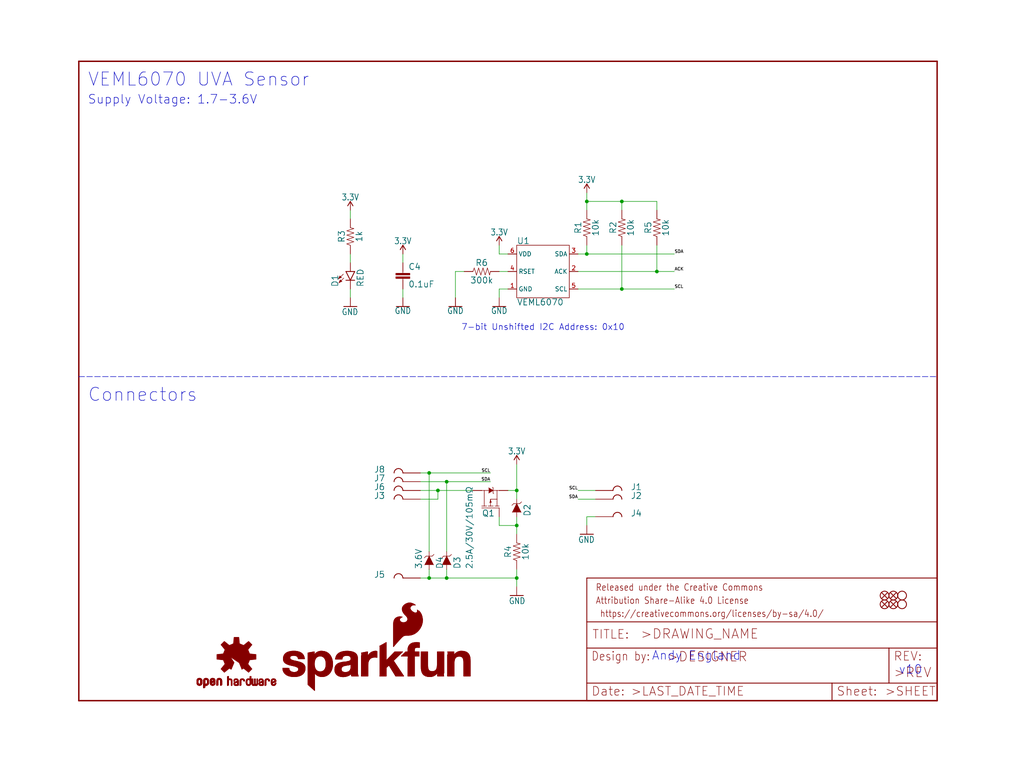
<source format=kicad_sch>
(kicad_sch (version 20211123) (generator eeschema)
  (paper "User" 297.002 223.926)
  (lib_symbols
    (symbol "eagleSchem-eagle-import:0.1UF-0603-25V-(+80{slash}-20%)"
      (property "Reference" "C" (at 1.524 2.921 0))
      (property "Value" "0.1UF-0603-25V-(+80{slash}-20%)" (at 1.524 -2.159 0))
      (symbol "0.1UF-0603-25V-(+80{slash}-20%)_1_0"
        (pin passive line (at 0 5.08 270) (length 2.54) (name "1") (number "1"))
        (pin passive line (at 0 -2.54 90) (length 2.54) (name "2") (number "2"))
      )
    )
    (symbol "eagleSchem-eagle-import:10KOHM-0603-1{slash}10W-1%"
      (property "Reference" "R" (at 0 1.524 0))
      (property "Value" "10KOHM-0603-1{slash}10W-1%" (at 0 -1.524 0))
      (symbol "10KOHM-0603-1{slash}10W-1%_1_0"
        (pin passive line (at -5.08 0 0) (length 2.54) (name "1") (number "1"))
        (pin passive line (at 5.08 0 180) (length 2.54) (name "2") (number "2"))
      )
    )
    (symbol "eagleSchem-eagle-import:1KOHM-0603-1{slash}10W-1%"
      (property "Reference" "R" (at 0 1.524 0))
      (property "Value" "1KOHM-0603-1{slash}10W-1%" (at 0 -1.524 0))
      (symbol "1KOHM-0603-1{slash}10W-1%_1_0"
        (pin passive line (at -5.08 0 0) (length 2.54) (name "1") (number "1"))
        (pin passive line (at 5.08 0 180) (length 2.54) (name "2") (number "2"))
      )
    )
    (symbol "eagleSchem-eagle-import:3.3V" (power)
      (property "Value" "3.3V" (at 0 2.794 0))
      (symbol "3.3V_1_0"
        (pin power_in line (at 0 0 90) (length 2.54) (name "3.3V") (number "1"))
      )
    )
    (symbol "eagleSchem-eagle-import:300KOHM-0603-1{slash}10W-1%"
      (property "Reference" "R" (at 0 1.524 0))
      (property "Value" "300KOHM-0603-1{slash}10W-1%" (at 0 -1.524 0))
      (symbol "300KOHM-0603-1{slash}10W-1%_1_0"
        (pin passive line (at -5.08 0 0) (length 2.54) (name "1") (number "1"))
        (pin passive line (at 5.08 0 180) (length 2.54) (name "2") (number "2"))
      )
    )
    (symbol "eagleSchem-eagle-import:DIODE-ZENER-BZT52C3V6S"
      (property "Reference" "D" (at -2.54 2.032 0))
      (property "Value" "DIODE-ZENER-BZT52C3V6S" (at -2.54 -2.032 0))
      (symbol "DIODE-ZENER-BZT52C3V6S_1_0"
        (pin passive line (at -2.54 0 0) (length 0) (name "A") (number "A"))
        (pin passive line (at 2.54 0 180) (length 0) (name "C") (number "C"))
      )
    )
    (symbol "eagleSchem-eagle-import:FIDUCIALUFIDUCIAL")
    (symbol "eagleSchem-eagle-import:FRAME-LETTER"
      (symbol "FRAME-LETTER_2_0"
        (text " https://creativecommons.org/licenses/by-sa/4.0/" (at 2.54 24.13 0) (effects (font (size 1.9304 1.6408)) (justify left bottom)))
        (text ">DESIGNER" (at 23.114 11.176 0) (effects (font (size 2.7432 2.7432)) (justify left bottom)))
        (text ">DRAWING_NAME" (at 15.494 17.78 0) (effects (font (size 2.7432 2.7432)) (justify left bottom)))
        (text ">LAST_DATE_TIME" (at 12.7 1.27 0) (effects (font (size 2.54 2.54)) (justify left bottom)))
        (text ">REV" (at 88.9 6.604 0) (effects (font (size 2.7432 2.7432)) (justify left bottom)))
        (text ">SHEET" (at 86.36 1.27 0) (effects (font (size 2.54 2.54)) (justify left bottom)))
        (text "Attribution Share-Alike 4.0 License" (at 2.54 27.94 0) (effects (font (size 1.9304 1.6408)) (justify left bottom)))
        (text "Date:" (at 1.27 1.27 0) (effects (font (size 2.54 2.54)) (justify left bottom)))
        (text "Design by:" (at 1.27 11.43 0) (effects (font (size 2.54 2.159)) (justify left bottom)))
        (text "Released under the Creative Commons" (at 2.54 31.75 0) (effects (font (size 1.9304 1.6408)) (justify left bottom)))
        (text "REV:" (at 88.9 11.43 0) (effects (font (size 2.54 2.54)) (justify left bottom)))
        (text "Sheet:" (at 72.39 1.27 0) (effects (font (size 2.54 2.54)) (justify left bottom)))
        (text "TITLE:" (at 1.524 17.78 0) (effects (font (size 2.54 2.54)) (justify left bottom)))
      )
    )
    (symbol "eagleSchem-eagle-import:GATORGATOR_MINI"
      (property "Reference" "J" (at 0 2.54 0))
      (property "Value" "GATORGATOR_MINI" (at -2.54 -5.08 0))
      (symbol "GATORGATOR_MINI_1_0"
        (pin bidirectional line (at -2.54 0 0) (length 5.08) (name "P$1") (number "P$2"))
      )
    )
    (symbol "eagleSchem-eagle-import:GND" (power)
      (property "Value" "GND" (at 0 -0.254 0))
      (symbol "GND_1_0"
        (pin power_in line (at 0 2.54 270) (length 2.54) (name "GND") (number "1"))
      )
    )
    (symbol "eagleSchem-eagle-import:LED-RED0603"
      (property "Reference" "D" (at -3.429 -4.572 90))
      (property "Value" "LED-RED0603" (at 1.905 -4.572 90))
      (symbol "LED-RED0603_1_0"
        (pin passive line (at 0 2.54 270) (length 2.54) (name "A") (number "A"))
        (pin passive line (at 0 -5.08 90) (length 2.54) (name "C") (number "C"))
      )
    )
    (symbol "eagleSchem-eagle-import:MOSFET_PCH-DMG2307L"
      (property "Reference" "Q" (at 5.08 0 0))
      (property "Value" "MOSFET_PCH-DMG2307L" (at 5.08 -2.54 0))
      (symbol "MOSFET_PCH-DMG2307L_1_0"
        (pin bidirectional line (at -5.08 -2.54 0) (length 2.54) (name "G") (number "1"))
        (pin bidirectional line (at 2.54 -5.08 90) (length 2.54) (name "S") (number "2"))
        (pin bidirectional line (at 2.54 5.08 270) (length 2.54) (name "D") (number "3"))
      )
    )
    (symbol "eagleSchem-eagle-import:OSHW-LOGOMINI")
    (symbol "eagleSchem-eagle-import:SFE_LOGO_NAME_FLAME.1_INCH")
    (symbol "eagleSchem-eagle-import:STAND-OFF")
    (symbol "eagleSchem-eagle-import:VEML6070{dblquote}"
      (property "Reference" "U" (at -7.62 7.874 0))
      (property "Value" "VEML6070{dblquote}" (at -7.62 -7.874 0))
      (symbol "VEML6070{dblquote}_1_0"
        (pin bidirectional line (at -10.16 -5.08 0) (length 2.54) (name "GND") (number "1"))
        (pin bidirectional line (at 10.16 0 180) (length 2.54) (name "ACK") (number "2"))
        (pin bidirectional line (at 10.16 5.08 180) (length 2.54) (name "SDA") (number "3"))
        (pin bidirectional line (at -10.16 0 0) (length 2.54) (name "RSET") (number "4"))
        (pin bidirectional line (at 10.16 -5.08 180) (length 2.54) (name "SCL") (number "5"))
        (pin bidirectional line (at -10.16 5.08 0) (length 2.54) (name "VDD") (number "6"))
      )
    )
  )
  (junction (at 149.86 142.24))
  (junction (at 124.46 137.16))
  (junction (at 170.18 58.42))
  (junction (at 190.5 78.74))
  (junction (at 149.86 152.4))
  (junction (at 149.86 167.64))
  (junction (at 180.34 58.42))
  (junction (at 129.54 139.7))
  (junction (at 129.54 167.64))
  (junction (at 180.34 83.82))
  (junction (at 124.46 167.64))
  (junction (at 127 142.24))
  (junction (at 170.18 73.66))
  (wire (pts (xy 101.6 63.5) (xy 101.6 60.96)))
  (wire (pts (xy 124.46 167.64) (xy 129.54 167.64)))
  (wire (pts (xy 172.72 142.24) (xy 167.64 142.24)))
  (wire (pts (xy 170.18 60.96) (xy 170.18 58.42)))
  (wire (pts (xy 129.54 160.02) (xy 129.54 139.7)))
  (wire (pts (xy 129.54 139.7) (xy 142.24 139.7)))
  (wire (pts (xy 149.86 152.4) (xy 149.86 154.94)))
  (wire (pts (xy 172.72 144.78) (xy 167.64 144.78)))
  (wire (pts (xy 132.08 78.74) (xy 134.62 78.74)))
  (polyline (pts (xy 22.86 109.22) (xy 271.78 109.22)))
  (wire (pts (xy 124.46 137.16) (xy 142.24 137.16)))
  (wire (pts (xy 167.64 83.82) (xy 180.34 83.82)))
  (wire (pts (xy 149.86 149.86) (xy 149.86 152.4)))
  (wire (pts (xy 149.86 167.64) (xy 149.86 170.18)))
  (wire (pts (xy 180.34 83.82) (xy 195.58 83.82)))
  (wire (pts (xy 190.5 58.42) (xy 180.34 58.42)))
  (wire (pts (xy 172.72 149.86) (xy 170.18 149.86)))
  (wire (pts (xy 144.78 152.4) (xy 149.86 152.4)))
  (wire (pts (xy 144.78 73.66) (xy 144.78 71.12)))
  (wire (pts (xy 132.08 86.36) (xy 132.08 78.74)))
  (wire (pts (xy 190.5 78.74) (xy 195.58 78.74)))
  (wire (pts (xy 129.54 165.1) (xy 129.54 167.64)))
  (wire (pts (xy 149.86 142.24) (xy 149.86 134.62)))
  (wire (pts (xy 127 144.78) (xy 127 142.24)))
  (wire (pts (xy 121.92 144.78) (xy 127 144.78)))
  (wire (pts (xy 147.32 73.66) (xy 144.78 73.66)))
  (wire (pts (xy 121.92 142.24) (xy 127 142.24)))
  (wire (pts (xy 121.92 167.64) (xy 124.46 167.64)))
  (wire (pts (xy 124.46 165.1) (xy 124.46 167.64)))
  (wire (pts (xy 121.92 139.7) (xy 129.54 139.7)))
  (wire (pts (xy 144.78 149.86) (xy 144.78 152.4)))
  (wire (pts (xy 101.6 76.2) (xy 101.6 73.66)))
  (wire (pts (xy 170.18 58.42) (xy 180.34 58.42)))
  (wire (pts (xy 180.34 83.82) (xy 180.34 71.12)))
  (wire (pts (xy 127 142.24) (xy 137.16 142.24)))
  (wire (pts (xy 190.5 71.12) (xy 190.5 78.74)))
  (wire (pts (xy 116.84 86.36) (xy 116.84 83.82)))
  (wire (pts (xy 170.18 73.66) (xy 170.18 71.12)))
  (wire (pts (xy 116.84 76.2) (xy 116.84 73.66)))
  (wire (pts (xy 124.46 160.02) (xy 124.46 137.16)))
  (wire (pts (xy 149.86 165.1) (xy 149.86 167.64)))
  (wire (pts (xy 121.92 137.16) (xy 124.46 137.16)))
  (wire (pts (xy 147.32 83.82) (xy 144.78 83.82)))
  (wire (pts (xy 170.18 149.86) (xy 170.18 152.4)))
  (wire (pts (xy 170.18 55.88) (xy 170.18 58.42)))
  (wire (pts (xy 190.5 60.96) (xy 190.5 58.42)))
  (wire (pts (xy 149.86 144.78) (xy 149.86 142.24)))
  (wire (pts (xy 144.78 78.74) (xy 147.32 78.74)))
  (wire (pts (xy 190.5 78.74) (xy 167.64 78.74)))
  (wire (pts (xy 180.34 58.42) (xy 180.34 60.96)))
  (wire (pts (xy 170.18 73.66) (xy 195.58 73.66)))
  (wire (pts (xy 129.54 167.64) (xy 149.86 167.64)))
  (wire (pts (xy 101.6 86.36) (xy 101.6 83.82)))
  (wire (pts (xy 144.78 83.82) (xy 144.78 86.36)))
  (wire (pts (xy 147.32 142.24) (xy 149.86 142.24)))
  (wire (pts (xy 167.64 73.66) (xy 170.18 73.66)))
  (text "v10" (at 260.604 195.834 180) (effects (font (size 2.54 2.54)) (justify left bottom)))
  (text "VEML6070 UVA Sensor" (at 25.4 25.4 180) (effects (font (size 3.81 3.81)) (justify left bottom)))
  (text "7-bit Unshifted I2C Address: 0x10" (at 157.48 93.98 180) (effects (font (size 1.778 1.778)) (justify top)))
  (text "Connectors" (at 25.4 116.84 180) (effects (font (size 3.81 3.81)) (justify left bottom)))
  (text "Andy England" (at 188.976 191.77 180) (effects (font (size 2.54 2.54)) (justify left bottom)))
  (text "Supply Voltage: 1.7-3.6V" (at 25.4 30.48 180) (effects (font (size 2.54 2.54)) (justify left bottom)))
  (label "ACK" (at 195.58 78.74 0) (effects (font (size 0.889 0.889))))
  (label "SCL" (at 195.58 83.82 0) (effects (font (size 0.889 0.889))))
  (label "SCL" (at 142.24 137.16 180) (effects (font (size 0.889 0.889))))
  (label "SDA" (at 167.64 144.78 180) (effects (font (size 0.889 0.889))))
  (label "SDA" (at 195.58 73.66 0) (effects (font (size 0.889 0.889))))
  (label "SDA" (at 142.24 139.7 180) (effects (font (size 0.889 0.889))))
  (label "SCL" (at 167.64 142.24 180) (effects (font (size 0.889 0.889))))
  (symbol (lib_id "eagleSchem-eagle-import:GATORGATOR_MINI") (at 175.26 144.78 0) (unit 1)
    (property "Reference" "J2" (at 182.88 144.78 0) (effects (font (size 1.778 1.778)) (justify left bottom)))
    (property "Value" "GATORGATOR_MINI" (effects hide))
    (property "Footprint" "eagleSchem:GATOR_MINI" (effects hide))
  )
  (symbol (lib_id "eagleSchem-eagle-import:GATORGATOR_MINI") (at 119.38 137.16 0) (mirror y) (unit 1)
    (property "Reference" "J8" (at 111.76 137.16 0) (effects (font (size 1.778 1.778)) (justify left bottom)))
    (property "Value" "GATORGATOR_MINI" (effects hide))
    (property "Footprint" "eagleSchem:GATOR_MINI" (effects hide))
  )
  (symbol (lib_id "eagleSchem-eagle-import:DIODE-ZENER-BZT52C3V6S") (at 129.54 162.56 270) (mirror x) (unit 1)
    (property "Reference" "D3" (at 131.572 165.1 0) (effects (font (size 1.778 1.778)) (justify left bottom)))
    (property "Value" "3.6V" (effects hide))
    (property "Footprint" "eagleSchem:SOD-323" (effects hide))
  )
  (symbol (lib_id "eagleSchem-eagle-import:10KOHM-0603-1{slash}10W-1%") (at 170.18 66.04 90) (unit 1)
    (property "Reference" "R1" (at 168.656 66.04 0) (effects (font (size 1.778 1.778)) (justify bottom)))
    (property "Value" "10k" (at 171.704 66.04 0) (effects (font (size 1.778 1.778)) (justify top)))
    (property "Footprint" "eagleSchem:0603" (effects hide))
  )
  (symbol (lib_id "eagleSchem-eagle-import:FRAME-LETTER") (at 170.18 203.2 0) (unit 2)
    (property "Reference" "FRAME1" (effects hide))
    (property "Value" "FRAME-LETTER" (effects hide))
    (property "Footprint" "eagleSchem:CREATIVE_COMMONS" (effects hide))
  )
  (symbol (lib_id "eagleSchem-eagle-import:VEML6070{dblquote}") (at 157.48 78.74 0) (unit 1)
    (property "Reference" "U1" (at 149.86 70.866 0) (effects (font (size 1.778 1.778)) (justify left bottom)))
    (property "Value" "VEML6070" (at 149.86 86.614 0) (effects (font (size 1.778 1.778)) (justify left top)))
    (property "Footprint" "eagleSchem:VEML6070" (effects hide))
  )
  (symbol (lib_id "eagleSchem-eagle-import:DIODE-ZENER-BZT52C3V6S") (at 124.46 162.56 270) (mirror x) (unit 1)
    (property "Reference" "D4" (at 126.492 165.1 0) (effects (font (size 1.778 1.778)) (justify left bottom)))
    (property "Value" "3.6V" (at 122.428 165.1 0) (effects (font (size 1.778 1.778)) (justify left top)))
    (property "Footprint" "eagleSchem:SOD-323" (effects hide))
  )
  (symbol (lib_id "eagleSchem-eagle-import:FIDUCIALUFIDUCIAL") (at 256.54 175.26 0) (unit 1)
    (property "Reference" "JP7" (effects hide))
    (property "Value" "FIDUCIALUFIDUCIAL" (effects hide))
    (property "Footprint" "eagleSchem:MICRO-FIDUCIAL" (effects hide))
  )
  (symbol (lib_id "eagleSchem-eagle-import:10KOHM-0603-1{slash}10W-1%") (at 190.5 66.04 90) (unit 1)
    (property "Reference" "R5" (at 188.976 66.04 0) (effects (font (size 1.778 1.778)) (justify bottom)))
    (property "Value" "10k" (at 192.024 66.04 0) (effects (font (size 1.778 1.778)) (justify top)))
    (property "Footprint" "eagleSchem:0603" (effects hide))
  )
  (symbol (lib_id "eagleSchem-eagle-import:GATORGATOR_MINI") (at 119.38 144.78 0) (mirror y) (unit 1)
    (property "Reference" "J3" (at 111.76 144.78 0) (effects (font (size 1.778 1.778)) (justify left bottom)))
    (property "Value" "GATORGATOR_MINI" (effects hide))
    (property "Footprint" "eagleSchem:GATOR_MINI" (effects hide))
  )
  (symbol (lib_id "eagleSchem-eagle-import:GATORGATOR_MINI") (at 175.26 142.24 0) (unit 1)
    (property "Reference" "J1" (at 182.88 142.24 0) (effects (font (size 1.778 1.778)) (justify left bottom)))
    (property "Value" "GATORGATOR_MINI" (effects hide))
    (property "Footprint" "eagleSchem:GATOR_MINI" (effects hide))
  )
  (symbol (lib_id "eagleSchem-eagle-import:3.3V") (at 170.18 55.88 0) (unit 1)
    (property "Reference" "#SUPPLY2" (effects hide))
    (property "Value" "3.3V" (at 170.18 53.086 0) (effects (font (size 1.778 1.5113)) (justify bottom)))
    (property "Footprint" "eagleSchem:" (effects hide))
  )
  (symbol (lib_id "eagleSchem-eagle-import:GATORGATOR_MINI") (at 119.38 139.7 0) (mirror y) (unit 1)
    (property "Reference" "J7" (at 111.76 139.7 0) (effects (font (size 1.778 1.778)) (justify left bottom)))
    (property "Value" "GATORGATOR_MINI" (effects hide))
    (property "Footprint" "eagleSchem:GATOR_MINI" (effects hide))
  )
  (symbol (lib_id "eagleSchem-eagle-import:STAND-OFF") (at 261.62 172.72 0) (unit 1)
    (property "Reference" "JP3" (effects hide))
    (property "Value" "STAND-OFF" (effects hide))
    (property "Footprint" "eagleSchem:STAND-OFF" (effects hide))
  )
  (symbol (lib_id "eagleSchem-eagle-import:SFE_LOGO_NAME_FLAME.1_INCH") (at 81.28 200.66 0) (unit 1)
    (property "Reference" "U$2" (effects hide))
    (property "Value" "SFE_LOGO_NAME_FLAME.1_INCH" (effects hide))
    (property "Footprint" "eagleSchem:SFE_LOGO_NAME_FLAME_.1" (effects hide))
  )
  (symbol (lib_id "eagleSchem-eagle-import:FIDUCIALUFIDUCIAL") (at 259.08 172.72 0) (unit 1)
    (property "Reference" "JP6" (effects hide))
    (property "Value" "FIDUCIALUFIDUCIAL" (effects hide))
    (property "Footprint" "eagleSchem:MICRO-FIDUCIAL" (effects hide))
  )
  (symbol (lib_id "eagleSchem-eagle-import:MOSFET_PCH-DMG2307L") (at 142.24 144.78 90) (unit 1)
    (property "Reference" "Q1" (at 139.7 149.86 90) (effects (font (size 1.778 1.778)) (justify right top)))
    (property "Value" "2.5A/30V/105mΩ" (at 137.16 165.1 0) (effects (font (size 1.778 1.778)) (justify left bottom)))
    (property "Footprint" "eagleSchem:SOT23-3" (effects hide))
  )
  (symbol (lib_id "eagleSchem-eagle-import:FIDUCIALUFIDUCIAL") (at 256.54 172.72 0) (unit 1)
    (property "Reference" "JP2" (effects hide))
    (property "Value" "FIDUCIALUFIDUCIAL" (effects hide))
    (property "Footprint" "eagleSchem:MICRO-FIDUCIAL" (effects hide))
  )
  (symbol (lib_id "eagleSchem-eagle-import:3.3V") (at 101.6 60.96 0) (unit 1)
    (property "Reference" "#SUPPLY10" (effects hide))
    (property "Value" "3.3V" (at 101.6 58.166 0) (effects (font (size 1.778 1.5113)) (justify bottom)))
    (property "Footprint" "eagleSchem:" (effects hide))
  )
  (symbol (lib_id "eagleSchem-eagle-import:FIDUCIALUFIDUCIAL") (at 259.08 175.26 0) (unit 1)
    (property "Reference" "JP5" (effects hide))
    (property "Value" "FIDUCIALUFIDUCIAL" (effects hide))
    (property "Footprint" "eagleSchem:MICRO-FIDUCIAL" (effects hide))
  )
  (symbol (lib_id "eagleSchem-eagle-import:OSHW-LOGOMINI") (at 68.58 190.5 0) (unit 1)
    (property "Reference" "LOGO1" (effects hide))
    (property "Value" "OSHW-LOGOMINI" (effects hide))
    (property "Footprint" "eagleSchem:OSHW-LOGO-MINI" (effects hide))
  )
  (symbol (lib_id "eagleSchem-eagle-import:STAND-OFF") (at 261.62 175.26 0) (unit 1)
    (property "Reference" "JP4" (effects hide))
    (property "Value" "STAND-OFF" (effects hide))
    (property "Footprint" "eagleSchem:STAND-OFF" (effects hide))
  )
  (symbol (lib_id "eagleSchem-eagle-import:SFE_LOGO_NAME_FLAME.1_INCH") (at 81.28 200.66 0) (unit 1)
    (property "Reference" "U$1" (effects hide))
    (property "Value" "SFE_LOGO_NAME_FLAME.1_INCH" (effects hide))
    (property "Footprint" "eagleSchem:SFE_LOGO_NAME_FLAME_.1" (effects hide))
  )
  (symbol (lib_id "eagleSchem-eagle-import:GATORGATOR_MINI") (at 119.38 142.24 0) (mirror y) (unit 1)
    (property "Reference" "J6" (at 111.76 142.24 0) (effects (font (size 1.778 1.778)) (justify left bottom)))
    (property "Value" "GATORGATOR_MINI" (effects hide))
    (property "Footprint" "eagleSchem:GATOR_MINI" (effects hide))
  )
  (symbol (lib_id "eagleSchem-eagle-import:3.3V") (at 149.86 134.62 0) (mirror y) (unit 1)
    (property "Reference" "#SUPPLY8" (effects hide))
    (property "Value" "3.3V" (at 149.86 131.826 0) (effects (font (size 1.778 1.5113)) (justify bottom)))
    (property "Footprint" "eagleSchem:" (effects hide))
  )
  (symbol (lib_id "eagleSchem-eagle-import:3.3V") (at 116.84 73.66 0) (unit 1)
    (property "Reference" "#SUPPLY9" (effects hide))
    (property "Value" "3.3V" (at 116.84 70.866 0) (effects (font (size 1.778 1.5113)) (justify bottom)))
    (property "Footprint" "eagleSchem:" (effects hide))
  )
  (symbol (lib_id "eagleSchem-eagle-import:GND") (at 149.86 172.72 0) (mirror y) (unit 1)
    (property "Reference" "#GND8" (effects hide))
    (property "Value" "GND" (at 152.4 175.26 0) (effects (font (size 1.778 1.5113)) (justify left bottom)))
    (property "Footprint" "eagleSchem:" (effects hide))
  )
  (symbol (lib_id "eagleSchem-eagle-import:DIODE-ZENER-BZT52C3V6S") (at 149.86 147.32 270) (mirror x) (unit 1)
    (property "Reference" "D2" (at 151.892 149.86 0) (effects (font (size 1.778 1.778)) (justify left bottom)))
    (property "Value" "3.6V" (effects hide))
    (property "Footprint" "eagleSchem:SOD-323" (effects hide))
  )
  (symbol (lib_id "eagleSchem-eagle-import:GND") (at 116.84 88.9 0) (unit 1)
    (property "Reference" "#GND1" (effects hide))
    (property "Value" "GND" (at 116.84 89.154 0) (effects (font (size 1.778 1.5113)) (justify top)))
    (property "Footprint" "eagleSchem:" (effects hide))
  )
  (symbol (lib_id "eagleSchem-eagle-import:FRAME-LETTER") (at 22.86 203.2 0) (unit 1)
    (property "Reference" "FRAME1" (effects hide))
    (property "Value" "FRAME-LETTER" (effects hide))
    (property "Footprint" "eagleSchem:CREATIVE_COMMONS" (effects hide))
  )
  (symbol (lib_id "eagleSchem-eagle-import:GND") (at 144.78 88.9 0) (unit 1)
    (property "Reference" "#GND2" (effects hide))
    (property "Value" "GND" (at 144.78 89.154 0) (effects (font (size 1.778 1.5113)) (justify top)))
    (property "Footprint" "eagleSchem:" (effects hide))
  )
  (symbol (lib_id "eagleSchem-eagle-import:10KOHM-0603-1{slash}10W-1%") (at 149.86 160.02 90) (unit 1)
    (property "Reference" "R4" (at 148.336 160.02 0) (effects (font (size 1.778 1.778)) (justify bottom)))
    (property "Value" "10k" (at 151.384 160.02 0) (effects (font (size 1.778 1.778)) (justify top)))
    (property "Footprint" "eagleSchem:0603" (effects hide))
  )
  (symbol (lib_id "eagleSchem-eagle-import:10KOHM-0603-1{slash}10W-1%") (at 180.34 66.04 90) (unit 1)
    (property "Reference" "R2" (at 178.816 66.04 0) (effects (font (size 1.778 1.778)) (justify bottom)))
    (property "Value" "10k" (at 181.864 66.04 0) (effects (font (size 1.778 1.778)) (justify top)))
    (property "Footprint" "eagleSchem:0603" (effects hide))
  )
  (symbol (lib_id "eagleSchem-eagle-import:3.3V") (at 144.78 71.12 0) (unit 1)
    (property "Reference" "#SUPPLY1" (effects hide))
    (property "Value" "3.3V" (at 144.78 68.326 0) (effects (font (size 1.778 1.5113)) (justify bottom)))
    (property "Footprint" "eagleSchem:" (effects hide))
  )
  (symbol (lib_id "eagleSchem-eagle-import:1KOHM-0603-1{slash}10W-1%") (at 101.6 68.58 90) (unit 1)
    (property "Reference" "R3" (at 100.076 68.58 0) (effects (font (size 1.778 1.778)) (justify bottom)))
    (property "Value" "1k" (at 103.124 68.58 0) (effects (font (size 1.778 1.778)) (justify top)))
    (property "Footprint" "eagleSchem:0603" (effects hide))
  )
  (symbol (lib_id "eagleSchem-eagle-import:LED-RED0603") (at 101.6 78.74 0) (unit 1)
    (property "Reference" "D1" (at 98.171 83.312 90) (effects (font (size 1.778 1.778)) (justify left bottom)))
    (property "Value" "RED" (at 103.505 83.312 90) (effects (font (size 1.778 1.778)) (justify left top)))
    (property "Footprint" "eagleSchem:LED-0603" (effects hide))
  )
  (symbol (lib_id "eagleSchem-eagle-import:300KOHM-0603-1{slash}10W-1%") (at 139.7 78.74 0) (unit 1)
    (property "Reference" "R6" (at 139.7 77.216 0) (effects (font (size 1.778 1.778)) (justify bottom)))
    (property "Value" "300k" (at 139.7 80.264 0) (effects (font (size 1.778 1.778)) (justify top)))
    (property "Footprint" "eagleSchem:0603" (effects hide))
  )
  (symbol (lib_id "eagleSchem-eagle-import:GND") (at 170.18 154.94 0) (unit 1)
    (property "Reference" "#GND6" (effects hide))
    (property "Value" "GND" (at 167.64 157.48 0) (effects (font (size 1.778 1.5113)) (justify left bottom)))
    (property "Footprint" "eagleSchem:" (effects hide))
  )
  (symbol (lib_id "eagleSchem-eagle-import:GATORGATOR_MINI") (at 119.38 167.64 0) (mirror y) (unit 1)
    (property "Reference" "J5" (at 111.76 167.64 0) (effects (font (size 1.778 1.778)) (justify left bottom)))
    (property "Value" "GATORGATOR_MINI" (effects hide))
    (property "Footprint" "eagleSchem:GATOR_MINI" (effects hide))
  )
  (symbol (lib_id "eagleSchem-eagle-import:GND") (at 101.6 88.9 0) (unit 1)
    (property "Reference" "#GND3" (effects hide))
    (property "Value" "GND" (at 99.06 91.44 0) (effects (font (size 1.778 1.5113)) (justify left bottom)))
    (property "Footprint" "eagleSchem:" (effects hide))
  )
  (symbol (lib_id "eagleSchem-eagle-import:GND") (at 132.08 88.9 0) (unit 1)
    (property "Reference" "#GND4" (effects hide))
    (property "Value" "GND" (at 132.08 89.154 0) (effects (font (size 1.778 1.5113)) (justify top)))
    (property "Footprint" "eagleSchem:" (effects hide))
  )
  (symbol (lib_id "eagleSchem-eagle-import:GATORGATOR_MINI") (at 175.26 149.86 0) (unit 1)
    (property "Reference" "J4" (at 182.88 149.86 0) (effects (font (size 1.778 1.778)) (justify left bottom)))
    (property "Value" "GATORGATOR_MINI" (effects hide))
    (property "Footprint" "eagleSchem:GATOR_MINI" (effects hide))
  )
  (symbol (lib_id "eagleSchem-eagle-import:0.1UF-0603-25V-(+80{slash}-20%)") (at 116.84 81.28 0) (unit 1)
    (property "Reference" "C4" (at 118.364 78.359 0) (effects (font (size 1.778 1.778)) (justify left bottom)))
    (property "Value" "0.1uF" (at 118.364 83.439 0) (effects (font (size 1.778 1.778)) (justify left bottom)))
    (property "Footprint" "eagleSchem:0603" (effects hide))
  )
)
</source>
